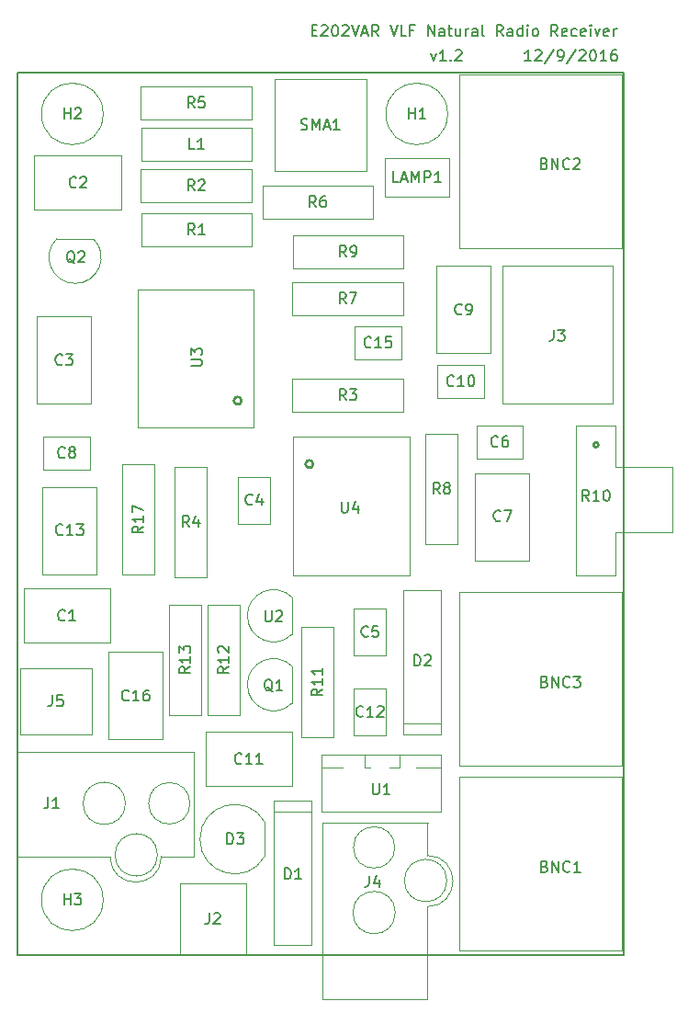
<source format=gbr>
%TF.GenerationSoftware,KiCad,Pcbnew,4.0.4+e1-6308~48~ubuntu16.04.1-stable*%
%TF.CreationDate,2016-12-16T12:07:21-08:00*%
%TF.ProjectId,e202var-vlf-radio-receiver,653230327661722D766C662D72616469,v1.2*%
%TF.FileFunction,Other,Fab,Top*%
%FSLAX46Y46*%
G04 Gerber Fmt 4.6, Leading zero omitted, Abs format (unit mm)*
G04 Created by KiCad (PCBNEW 4.0.4+e1-6308~48~ubuntu16.04.1-stable) date Fri Dec 16 12:07:21 2016*
%MOMM*%
%LPD*%
G01*
G04 APERTURE LIST*
%ADD10C,0.350000*%
%ADD11C,0.152400*%
%ADD12C,0.040640*%
%ADD13C,0.050000*%
%ADD14C,0.050800*%
%ADD15C,0.254000*%
%ADD16C,0.150000*%
%ADD17C,0.127000*%
G04 APERTURE END LIST*
D10*
D11*
X96544192Y-36358286D02*
X96786097Y-37035619D01*
X97028001Y-36358286D01*
X97947239Y-37035619D02*
X97366668Y-37035619D01*
X97656954Y-37035619D02*
X97656954Y-36019619D01*
X97560192Y-36164762D01*
X97463430Y-36261524D01*
X97366668Y-36309905D01*
X98382668Y-36938857D02*
X98431049Y-36987238D01*
X98382668Y-37035619D01*
X98334287Y-36987238D01*
X98382668Y-36938857D01*
X98382668Y-37035619D01*
X98818097Y-36116381D02*
X98866478Y-36068000D01*
X98963240Y-36019619D01*
X99205144Y-36019619D01*
X99301906Y-36068000D01*
X99350287Y-36116381D01*
X99398668Y-36213143D01*
X99398668Y-36309905D01*
X99350287Y-36455048D01*
X98769716Y-37035619D01*
X99398668Y-37035619D01*
X105784952Y-37035619D02*
X105204381Y-37035619D01*
X105494667Y-37035619D02*
X105494667Y-36019619D01*
X105397905Y-36164762D01*
X105301143Y-36261524D01*
X105204381Y-36309905D01*
X106172000Y-36116381D02*
X106220381Y-36068000D01*
X106317143Y-36019619D01*
X106559047Y-36019619D01*
X106655809Y-36068000D01*
X106704190Y-36116381D01*
X106752571Y-36213143D01*
X106752571Y-36309905D01*
X106704190Y-36455048D01*
X106123619Y-37035619D01*
X106752571Y-37035619D01*
X107913714Y-35971238D02*
X107042857Y-37277524D01*
X108300762Y-37035619D02*
X108494286Y-37035619D01*
X108591047Y-36987238D01*
X108639428Y-36938857D01*
X108736190Y-36793714D01*
X108784571Y-36600190D01*
X108784571Y-36213143D01*
X108736190Y-36116381D01*
X108687809Y-36068000D01*
X108591047Y-36019619D01*
X108397524Y-36019619D01*
X108300762Y-36068000D01*
X108252381Y-36116381D01*
X108204000Y-36213143D01*
X108204000Y-36455048D01*
X108252381Y-36551810D01*
X108300762Y-36600190D01*
X108397524Y-36648571D01*
X108591047Y-36648571D01*
X108687809Y-36600190D01*
X108736190Y-36551810D01*
X108784571Y-36455048D01*
X109945714Y-35971238D02*
X109074857Y-37277524D01*
X110236000Y-36116381D02*
X110284381Y-36068000D01*
X110381143Y-36019619D01*
X110623047Y-36019619D01*
X110719809Y-36068000D01*
X110768190Y-36116381D01*
X110816571Y-36213143D01*
X110816571Y-36309905D01*
X110768190Y-36455048D01*
X110187619Y-37035619D01*
X110816571Y-37035619D01*
X111445524Y-36019619D02*
X111542285Y-36019619D01*
X111639047Y-36068000D01*
X111687428Y-36116381D01*
X111735809Y-36213143D01*
X111784190Y-36406667D01*
X111784190Y-36648571D01*
X111735809Y-36842095D01*
X111687428Y-36938857D01*
X111639047Y-36987238D01*
X111542285Y-37035619D01*
X111445524Y-37035619D01*
X111348762Y-36987238D01*
X111300381Y-36938857D01*
X111252000Y-36842095D01*
X111203619Y-36648571D01*
X111203619Y-36406667D01*
X111252000Y-36213143D01*
X111300381Y-36116381D01*
X111348762Y-36068000D01*
X111445524Y-36019619D01*
X112751809Y-37035619D02*
X112171238Y-37035619D01*
X112461524Y-37035619D02*
X112461524Y-36019619D01*
X112364762Y-36164762D01*
X112268000Y-36261524D01*
X112171238Y-36309905D01*
X113622666Y-36019619D02*
X113429143Y-36019619D01*
X113332381Y-36068000D01*
X113284000Y-36116381D01*
X113187238Y-36261524D01*
X113138857Y-36455048D01*
X113138857Y-36842095D01*
X113187238Y-36938857D01*
X113235619Y-36987238D01*
X113332381Y-37035619D01*
X113525904Y-37035619D01*
X113622666Y-36987238D01*
X113671047Y-36938857D01*
X113719428Y-36842095D01*
X113719428Y-36600190D01*
X113671047Y-36503429D01*
X113622666Y-36455048D01*
X113525904Y-36406667D01*
X113332381Y-36406667D01*
X113235619Y-36455048D01*
X113187238Y-36503429D01*
X113138857Y-36600190D01*
X85585907Y-34217429D02*
X85924573Y-34217429D01*
X86069716Y-34749619D02*
X85585907Y-34749619D01*
X85585907Y-33733619D01*
X86069716Y-33733619D01*
X86456764Y-33830381D02*
X86505145Y-33782000D01*
X86601907Y-33733619D01*
X86843811Y-33733619D01*
X86940573Y-33782000D01*
X86988954Y-33830381D01*
X87037335Y-33927143D01*
X87037335Y-34023905D01*
X86988954Y-34169048D01*
X86408383Y-34749619D01*
X87037335Y-34749619D01*
X87666288Y-33733619D02*
X87763049Y-33733619D01*
X87859811Y-33782000D01*
X87908192Y-33830381D01*
X87956573Y-33927143D01*
X88004954Y-34120667D01*
X88004954Y-34362571D01*
X87956573Y-34556095D01*
X87908192Y-34652857D01*
X87859811Y-34701238D01*
X87763049Y-34749619D01*
X87666288Y-34749619D01*
X87569526Y-34701238D01*
X87521145Y-34652857D01*
X87472764Y-34556095D01*
X87424383Y-34362571D01*
X87424383Y-34120667D01*
X87472764Y-33927143D01*
X87521145Y-33830381D01*
X87569526Y-33782000D01*
X87666288Y-33733619D01*
X88392002Y-33830381D02*
X88440383Y-33782000D01*
X88537145Y-33733619D01*
X88779049Y-33733619D01*
X88875811Y-33782000D01*
X88924192Y-33830381D01*
X88972573Y-33927143D01*
X88972573Y-34023905D01*
X88924192Y-34169048D01*
X88343621Y-34749619D01*
X88972573Y-34749619D01*
X89262859Y-33733619D02*
X89601526Y-34749619D01*
X89940192Y-33733619D01*
X90230478Y-34459333D02*
X90714287Y-34459333D01*
X90133716Y-34749619D02*
X90472383Y-33733619D01*
X90811049Y-34749619D01*
X91730287Y-34749619D02*
X91391621Y-34265810D01*
X91149716Y-34749619D02*
X91149716Y-33733619D01*
X91536763Y-33733619D01*
X91633525Y-33782000D01*
X91681906Y-33830381D01*
X91730287Y-33927143D01*
X91730287Y-34072286D01*
X91681906Y-34169048D01*
X91633525Y-34217429D01*
X91536763Y-34265810D01*
X91149716Y-34265810D01*
X92794668Y-33733619D02*
X93133335Y-34749619D01*
X93472001Y-33733619D01*
X94294477Y-34749619D02*
X93810668Y-34749619D01*
X93810668Y-33733619D01*
X94971810Y-34217429D02*
X94633144Y-34217429D01*
X94633144Y-34749619D02*
X94633144Y-33733619D01*
X95116953Y-33733619D01*
X96278096Y-34749619D02*
X96278096Y-33733619D01*
X96858667Y-34749619D01*
X96858667Y-33733619D01*
X97777905Y-34749619D02*
X97777905Y-34217429D01*
X97729524Y-34120667D01*
X97632762Y-34072286D01*
X97439239Y-34072286D01*
X97342477Y-34120667D01*
X97777905Y-34701238D02*
X97681143Y-34749619D01*
X97439239Y-34749619D01*
X97342477Y-34701238D01*
X97294096Y-34604476D01*
X97294096Y-34507714D01*
X97342477Y-34410952D01*
X97439239Y-34362571D01*
X97681143Y-34362571D01*
X97777905Y-34314190D01*
X98116572Y-34072286D02*
X98503620Y-34072286D01*
X98261715Y-33733619D02*
X98261715Y-34604476D01*
X98310096Y-34701238D01*
X98406858Y-34749619D01*
X98503620Y-34749619D01*
X99277714Y-34072286D02*
X99277714Y-34749619D01*
X98842286Y-34072286D02*
X98842286Y-34604476D01*
X98890667Y-34701238D01*
X98987429Y-34749619D01*
X99132571Y-34749619D01*
X99229333Y-34701238D01*
X99277714Y-34652857D01*
X99761524Y-34749619D02*
X99761524Y-34072286D01*
X99761524Y-34265810D02*
X99809905Y-34169048D01*
X99858286Y-34120667D01*
X99955048Y-34072286D01*
X100051809Y-34072286D01*
X100825904Y-34749619D02*
X100825904Y-34217429D01*
X100777523Y-34120667D01*
X100680761Y-34072286D01*
X100487238Y-34072286D01*
X100390476Y-34120667D01*
X100825904Y-34701238D02*
X100729142Y-34749619D01*
X100487238Y-34749619D01*
X100390476Y-34701238D01*
X100342095Y-34604476D01*
X100342095Y-34507714D01*
X100390476Y-34410952D01*
X100487238Y-34362571D01*
X100729142Y-34362571D01*
X100825904Y-34314190D01*
X101454857Y-34749619D02*
X101358095Y-34701238D01*
X101309714Y-34604476D01*
X101309714Y-33733619D01*
X103196570Y-34749619D02*
X102857904Y-34265810D01*
X102615999Y-34749619D02*
X102615999Y-33733619D01*
X103003046Y-33733619D01*
X103099808Y-33782000D01*
X103148189Y-33830381D01*
X103196570Y-33927143D01*
X103196570Y-34072286D01*
X103148189Y-34169048D01*
X103099808Y-34217429D01*
X103003046Y-34265810D01*
X102615999Y-34265810D01*
X104067427Y-34749619D02*
X104067427Y-34217429D01*
X104019046Y-34120667D01*
X103922284Y-34072286D01*
X103728761Y-34072286D01*
X103631999Y-34120667D01*
X104067427Y-34701238D02*
X103970665Y-34749619D01*
X103728761Y-34749619D01*
X103631999Y-34701238D01*
X103583618Y-34604476D01*
X103583618Y-34507714D01*
X103631999Y-34410952D01*
X103728761Y-34362571D01*
X103970665Y-34362571D01*
X104067427Y-34314190D01*
X104986665Y-34749619D02*
X104986665Y-33733619D01*
X104986665Y-34701238D02*
X104889903Y-34749619D01*
X104696380Y-34749619D01*
X104599618Y-34701238D01*
X104551237Y-34652857D01*
X104502856Y-34556095D01*
X104502856Y-34265810D01*
X104551237Y-34169048D01*
X104599618Y-34120667D01*
X104696380Y-34072286D01*
X104889903Y-34072286D01*
X104986665Y-34120667D01*
X105470475Y-34749619D02*
X105470475Y-34072286D01*
X105470475Y-33733619D02*
X105422094Y-33782000D01*
X105470475Y-33830381D01*
X105518856Y-33782000D01*
X105470475Y-33733619D01*
X105470475Y-33830381D01*
X106099428Y-34749619D02*
X106002666Y-34701238D01*
X105954285Y-34652857D01*
X105905904Y-34556095D01*
X105905904Y-34265810D01*
X105954285Y-34169048D01*
X106002666Y-34120667D01*
X106099428Y-34072286D01*
X106244570Y-34072286D01*
X106341332Y-34120667D01*
X106389713Y-34169048D01*
X106438094Y-34265810D01*
X106438094Y-34556095D01*
X106389713Y-34652857D01*
X106341332Y-34701238D01*
X106244570Y-34749619D01*
X106099428Y-34749619D01*
X108228189Y-34749619D02*
X107889523Y-34265810D01*
X107647618Y-34749619D02*
X107647618Y-33733619D01*
X108034665Y-33733619D01*
X108131427Y-33782000D01*
X108179808Y-33830381D01*
X108228189Y-33927143D01*
X108228189Y-34072286D01*
X108179808Y-34169048D01*
X108131427Y-34217429D01*
X108034665Y-34265810D01*
X107647618Y-34265810D01*
X109050665Y-34701238D02*
X108953903Y-34749619D01*
X108760380Y-34749619D01*
X108663618Y-34701238D01*
X108615237Y-34604476D01*
X108615237Y-34217429D01*
X108663618Y-34120667D01*
X108760380Y-34072286D01*
X108953903Y-34072286D01*
X109050665Y-34120667D01*
X109099046Y-34217429D01*
X109099046Y-34314190D01*
X108615237Y-34410952D01*
X109969903Y-34701238D02*
X109873141Y-34749619D01*
X109679618Y-34749619D01*
X109582856Y-34701238D01*
X109534475Y-34652857D01*
X109486094Y-34556095D01*
X109486094Y-34265810D01*
X109534475Y-34169048D01*
X109582856Y-34120667D01*
X109679618Y-34072286D01*
X109873141Y-34072286D01*
X109969903Y-34120667D01*
X110792379Y-34701238D02*
X110695617Y-34749619D01*
X110502094Y-34749619D01*
X110405332Y-34701238D01*
X110356951Y-34604476D01*
X110356951Y-34217429D01*
X110405332Y-34120667D01*
X110502094Y-34072286D01*
X110695617Y-34072286D01*
X110792379Y-34120667D01*
X110840760Y-34217429D01*
X110840760Y-34314190D01*
X110356951Y-34410952D01*
X111276189Y-34749619D02*
X111276189Y-34072286D01*
X111276189Y-33733619D02*
X111227808Y-33782000D01*
X111276189Y-33830381D01*
X111324570Y-33782000D01*
X111276189Y-33733619D01*
X111276189Y-33830381D01*
X111663237Y-34072286D02*
X111905142Y-34749619D01*
X112147046Y-34072286D01*
X112921141Y-34701238D02*
X112824379Y-34749619D01*
X112630856Y-34749619D01*
X112534094Y-34701238D01*
X112485713Y-34604476D01*
X112485713Y-34217429D01*
X112534094Y-34120667D01*
X112630856Y-34072286D01*
X112824379Y-34072286D01*
X112921141Y-34120667D01*
X112969522Y-34217429D01*
X112969522Y-34314190D01*
X112485713Y-34410952D01*
X113404951Y-34749619D02*
X113404951Y-34072286D01*
X113404951Y-34265810D02*
X113453332Y-34169048D01*
X113501713Y-34120667D01*
X113598475Y-34072286D01*
X113695236Y-34072286D01*
X58420000Y-38100000D02*
X114300000Y-38100000D01*
X58420000Y-119380000D02*
X58420000Y-38100000D01*
X114300000Y-119380000D02*
X58420000Y-119380000D01*
X114300000Y-38100000D02*
X114300000Y-119380000D01*
D12*
X96213600Y-110208200D02*
X96213600Y-107211000D01*
X96238998Y-114932463D02*
G75*
G03X96213600Y-110208200I-25398J2362063D01*
G01*
X96239000Y-123467000D02*
X96239000Y-114932600D01*
D13*
X98015562Y-112522400D02*
G75*
G03X98015562Y-112522400I-1952562J0D01*
G01*
X93265562Y-115474962D02*
G75*
G03X93265562Y-115474962I-1952562J0D01*
G01*
X93216943Y-109472400D02*
G75*
G03X93216943Y-109472400I-1903943J0D01*
G01*
X86561600Y-107222400D02*
X86561600Y-123467000D01*
X96262200Y-107211000D02*
X86561600Y-107222400D01*
X86561600Y-123467000D02*
X96239000Y-123467000D01*
D12*
X71704060Y-110310600D02*
X74701260Y-110310600D01*
X66979797Y-110335998D02*
G75*
G03X71704060Y-110310600I2362063J25398D01*
G01*
X58445260Y-110336000D02*
X66979660Y-110336000D01*
D13*
X71342422Y-110160000D02*
G75*
G03X71342422Y-110160000I-1952562J0D01*
G01*
X68389860Y-105410000D02*
G75*
G03X68389860Y-105410000I-1952562J0D01*
G01*
X74343803Y-105410000D02*
G75*
G03X74343803Y-105410000I-1903943J0D01*
G01*
X74689860Y-100658600D02*
X58445260Y-100658600D01*
X74701260Y-110359200D02*
X74689860Y-100658600D01*
X58445260Y-100658600D02*
X58445260Y-110336000D01*
X82110000Y-38676000D02*
X90610000Y-38676000D01*
X90610000Y-38676000D02*
X90610000Y-47176000D01*
X90610000Y-47176000D02*
X82110000Y-47176000D01*
X82110000Y-47176000D02*
X82110000Y-38676000D01*
D14*
X114180000Y-102998000D02*
X114180000Y-118998000D01*
X99180000Y-102998000D02*
X114180000Y-102998000D01*
X99180000Y-118998000D02*
X99180000Y-102998000D01*
X114180000Y-118998000D02*
X99180000Y-118998000D01*
X114154600Y-38245780D02*
X114154600Y-54245780D01*
X99154600Y-38245780D02*
X114154600Y-38245780D01*
X99154600Y-54245780D02*
X99154600Y-38245780D01*
X114154600Y-54245780D02*
X99154600Y-54245780D01*
X114180000Y-85980000D02*
X114180000Y-101980000D01*
X99180000Y-85980000D02*
X114180000Y-85980000D01*
X99180000Y-101980000D02*
X99180000Y-85980000D01*
X114180000Y-101980000D02*
X99180000Y-101980000D01*
D13*
X59032000Y-85638000D02*
X67032000Y-85638000D01*
X59032000Y-90638000D02*
X59032000Y-85638000D01*
X67032000Y-90638000D02*
X59032000Y-90638000D01*
X67032000Y-85638000D02*
X67032000Y-90638000D01*
X67968000Y-50760000D02*
X59968000Y-50760000D01*
X67968000Y-45760000D02*
X67968000Y-50760000D01*
X59968000Y-45760000D02*
X67968000Y-45760000D01*
X59968000Y-50760000D02*
X59968000Y-45760000D01*
X60238000Y-68556000D02*
X60238000Y-60556000D01*
X65238000Y-68556000D02*
X60238000Y-68556000D01*
X65238000Y-60556000D02*
X65238000Y-68556000D01*
X60238000Y-60556000D02*
X65238000Y-60556000D01*
X81764000Y-75340000D02*
X81764000Y-79640000D01*
X78764000Y-75340000D02*
X81764000Y-75340000D01*
X78764000Y-79640000D02*
X78764000Y-75340000D01*
X81764000Y-79640000D02*
X78764000Y-79640000D01*
X92432000Y-87492000D02*
X92432000Y-91792000D01*
X89432000Y-87492000D02*
X92432000Y-87492000D01*
X89432000Y-91792000D02*
X89432000Y-87492000D01*
X92432000Y-91792000D02*
X89432000Y-91792000D01*
X105040000Y-73636000D02*
X100740000Y-73636000D01*
X105040000Y-70636000D02*
X105040000Y-73636000D01*
X100740000Y-70636000D02*
X105040000Y-70636000D01*
X100740000Y-73636000D02*
X100740000Y-70636000D01*
X105624000Y-75034000D02*
X105624000Y-83034000D01*
X100624000Y-75034000D02*
X105624000Y-75034000D01*
X100624000Y-83034000D02*
X100624000Y-75034000D01*
X105624000Y-83034000D02*
X100624000Y-83034000D01*
X60822000Y-71652000D02*
X65122000Y-71652000D01*
X60822000Y-74652000D02*
X60822000Y-71652000D01*
X65122000Y-74652000D02*
X60822000Y-74652000D01*
X65122000Y-71652000D02*
X65122000Y-74652000D01*
X97068000Y-63904000D02*
X97068000Y-55904000D01*
X102068000Y-63904000D02*
X97068000Y-63904000D01*
X102068000Y-55904000D02*
X102068000Y-63904000D01*
X97068000Y-55904000D02*
X102068000Y-55904000D01*
X97144000Y-65048000D02*
X101444000Y-65048000D01*
X97144000Y-68048000D02*
X97144000Y-65048000D01*
X101444000Y-68048000D02*
X97144000Y-68048000D01*
X101444000Y-65048000D02*
X101444000Y-68048000D01*
X89432000Y-99158000D02*
X89432000Y-94858000D01*
X92432000Y-99158000D02*
X89432000Y-99158000D01*
X92432000Y-94858000D02*
X92432000Y-99158000D01*
X89432000Y-94858000D02*
X92432000Y-94858000D01*
X65746000Y-76304000D02*
X65746000Y-84304000D01*
X60746000Y-76304000D02*
X65746000Y-76304000D01*
X60746000Y-84304000D02*
X60746000Y-76304000D01*
X65746000Y-84304000D02*
X60746000Y-84304000D01*
X93824000Y-64492000D02*
X89524000Y-64492000D01*
X93824000Y-61492000D02*
X93824000Y-64492000D01*
X89524000Y-61492000D02*
X93824000Y-61492000D01*
X89524000Y-64492000D02*
X89524000Y-61492000D01*
X66842000Y-99464000D02*
X66842000Y-91464000D01*
X71842000Y-99464000D02*
X66842000Y-99464000D01*
X71842000Y-91464000D02*
X71842000Y-99464000D01*
X66842000Y-91464000D02*
X71842000Y-91464000D01*
D14*
X85567460Y-105180000D02*
X85317460Y-105180000D01*
X85567460Y-118430000D02*
X85567460Y-105180000D01*
X82067460Y-118430000D02*
X85567460Y-118430000D01*
X82067460Y-118180000D02*
X82067460Y-118430000D01*
X82067460Y-105180000D02*
X82067460Y-118180000D01*
X85317460Y-105180000D02*
X82067460Y-105180000D01*
X85567460Y-106180000D02*
X82067460Y-106180000D01*
X94005460Y-99036000D02*
X94255460Y-99036000D01*
X94005460Y-85786000D02*
X94005460Y-99036000D01*
X97505460Y-85786000D02*
X94005460Y-85786000D01*
X97505460Y-86036000D02*
X97505460Y-85786000D01*
X97505460Y-99036000D02*
X97505460Y-86036000D01*
X94255460Y-99036000D02*
X97505460Y-99036000D01*
X94005460Y-98036000D02*
X97505460Y-98036000D01*
D13*
X79524000Y-112778000D02*
X79524000Y-119378000D01*
X79524000Y-112778000D02*
X73424000Y-112778000D01*
X79524000Y-119378000D02*
X73424000Y-119378000D01*
X73424000Y-112778000D02*
X73424000Y-119378000D01*
X65276000Y-99082000D02*
X58676000Y-99082000D01*
X65276000Y-99082000D02*
X65276000Y-92982000D01*
X58676000Y-99082000D02*
X58676000Y-92982000D01*
X65276000Y-92982000D02*
X58676000Y-92982000D01*
X92270000Y-49502000D02*
X98270000Y-49502000D01*
X92270000Y-49502000D02*
X92270000Y-46002000D01*
X98270000Y-46002000D02*
X92270000Y-46002000D01*
X98270000Y-49502000D02*
X98270000Y-46002000D01*
D12*
X83756176Y-92798667D02*
G75*
G03X83743800Y-96189800I-1714176J-1689333D01*
G01*
X83743800Y-96189800D02*
X83743800Y-92811600D01*
X62064667Y-53403824D02*
G75*
G03X65455800Y-53416200I1689333J-1714176D01*
G01*
X65455800Y-53416200D02*
X62077600Y-53416200D01*
D14*
X69840000Y-54078000D02*
X80040000Y-54078000D01*
X69840000Y-51078000D02*
X69840000Y-54078000D01*
X69940000Y-51078000D02*
X69840000Y-51078000D01*
X80040000Y-51078000D02*
X69940000Y-51078000D01*
X80040000Y-54078000D02*
X80040000Y-51078000D01*
X93990000Y-66318000D02*
X83790000Y-66318000D01*
X93990000Y-69318000D02*
X93990000Y-66318000D01*
X93890000Y-69318000D02*
X93990000Y-69318000D01*
X83790000Y-69318000D02*
X93890000Y-69318000D01*
X83790000Y-66318000D02*
X83790000Y-69318000D01*
X75922000Y-84592000D02*
X75922000Y-74392000D01*
X72922000Y-84592000D02*
X75922000Y-84592000D01*
X72922000Y-84492000D02*
X72922000Y-84592000D01*
X72922000Y-74392000D02*
X72922000Y-84492000D01*
X75922000Y-74392000D02*
X72922000Y-74392000D01*
X80020000Y-39394000D02*
X69820000Y-39394000D01*
X80020000Y-42394000D02*
X80020000Y-39394000D01*
X79920000Y-42394000D02*
X80020000Y-42394000D01*
X69820000Y-42394000D02*
X79920000Y-42394000D01*
X69820000Y-39394000D02*
X69820000Y-42394000D01*
X81016000Y-51538000D02*
X91216000Y-51538000D01*
X81016000Y-48538000D02*
X81016000Y-51538000D01*
X81116000Y-48538000D02*
X81016000Y-48538000D01*
X91216000Y-48538000D02*
X81116000Y-48538000D01*
X91216000Y-51538000D02*
X91216000Y-48538000D01*
X93990000Y-57428000D02*
X83790000Y-57428000D01*
X93990000Y-60428000D02*
X93990000Y-57428000D01*
X93890000Y-60428000D02*
X93990000Y-60428000D01*
X83790000Y-60428000D02*
X93890000Y-60428000D01*
X83790000Y-57428000D02*
X83790000Y-60428000D01*
X99036000Y-81544000D02*
X99036000Y-71344000D01*
X96036000Y-81544000D02*
X99036000Y-81544000D01*
X96036000Y-81444000D02*
X96036000Y-81544000D01*
X96036000Y-71344000D02*
X96036000Y-81444000D01*
X99036000Y-71344000D02*
X96036000Y-71344000D01*
X83810000Y-56110000D02*
X94010000Y-56110000D01*
X83810000Y-53110000D02*
X83810000Y-56110000D01*
X83910000Y-53110000D02*
X83810000Y-53110000D01*
X94010000Y-53110000D02*
X83910000Y-53110000D01*
X94010000Y-56110000D02*
X94010000Y-53110000D01*
D12*
X118770400Y-74396600D02*
X113766600Y-74396600D01*
D15*
X111983607Y-72390000D02*
G75*
G03X111983607Y-72390000I-223607J0D01*
G01*
D14*
X109960000Y-84390000D02*
X113560000Y-84390000D01*
X109960000Y-70590000D02*
X109960000Y-84390000D01*
X113560000Y-70590000D02*
X109960000Y-70590000D01*
D12*
X113741200Y-80416400D02*
X118770400Y-80416400D01*
X113563400Y-84378800D02*
X113563400Y-80416400D01*
X113563400Y-80416400D02*
X113766600Y-80416400D01*
X113563400Y-70586600D02*
X113563400Y-74396600D01*
X113563400Y-74396600D02*
X113766600Y-74396600D01*
X118770400Y-80416400D02*
X118770400Y-77444600D01*
X118770400Y-77444600D02*
X118770400Y-74396600D01*
D14*
X84606000Y-89144000D02*
X84606000Y-99344000D01*
X87606000Y-89144000D02*
X84606000Y-89144000D01*
X87606000Y-89244000D02*
X87606000Y-89144000D01*
X87606000Y-99344000D02*
X87606000Y-89244000D01*
X84606000Y-99344000D02*
X87606000Y-99344000D01*
X78970000Y-97292000D02*
X78970000Y-87092000D01*
X75970000Y-97292000D02*
X78970000Y-97292000D01*
X75970000Y-97192000D02*
X75970000Y-97292000D01*
X75970000Y-87092000D02*
X75970000Y-97192000D01*
X78970000Y-87092000D02*
X75970000Y-87092000D01*
X75414000Y-97292000D02*
X75414000Y-87092000D01*
X72414000Y-97292000D02*
X75414000Y-97292000D01*
X72414000Y-97192000D02*
X72414000Y-97292000D01*
X72414000Y-87092000D02*
X72414000Y-97192000D01*
X75414000Y-87092000D02*
X72414000Y-87092000D01*
X68096000Y-74158000D02*
X68096000Y-84358000D01*
X71096000Y-74158000D02*
X68096000Y-74158000D01*
X71096000Y-74258000D02*
X71096000Y-74158000D01*
X71096000Y-84358000D02*
X71096000Y-74258000D01*
X68096000Y-84358000D02*
X71096000Y-84358000D01*
D13*
X88448000Y-102140000D02*
X86448000Y-102140000D01*
X90448000Y-102140000D02*
X90448000Y-100890000D01*
X90948000Y-102140000D02*
X90448000Y-102140000D01*
X93698000Y-102140000D02*
X93698000Y-100890000D01*
X93698000Y-102140000D02*
X92698000Y-102140000D01*
X97448000Y-102140000D02*
X95198000Y-102140000D01*
X97448000Y-101140000D02*
X97448000Y-100890000D01*
X97448000Y-100890000D02*
X86448000Y-100890000D01*
X86448000Y-106140000D02*
X86448000Y-100890000D01*
X97448000Y-106140000D02*
X86448000Y-106140000D01*
X97448000Y-105890000D02*
X97448000Y-106140000D01*
X97448000Y-101140000D02*
X97448000Y-105890000D01*
D12*
X83756176Y-86448667D02*
G75*
G03X83743800Y-89839800I-1714176J-1689333D01*
G01*
X83743800Y-89839800D02*
X83743800Y-86461600D01*
D14*
X69490000Y-70826000D02*
X80240000Y-70826000D01*
X69490000Y-58076000D02*
X69490000Y-70826000D01*
X69740000Y-58076000D02*
X69490000Y-58076000D01*
X80240000Y-58076000D02*
X69740000Y-58076000D01*
X80240000Y-70826000D02*
X80240000Y-58076000D01*
D15*
X79093553Y-68326000D02*
G75*
G03X79093553Y-68326000I-353553J0D01*
G01*
D14*
X94594000Y-71668000D02*
X83844000Y-71668000D01*
X94594000Y-84418000D02*
X94594000Y-71668000D01*
X94344000Y-84418000D02*
X94594000Y-84418000D01*
X83844000Y-84418000D02*
X94344000Y-84418000D01*
X83844000Y-71668000D02*
X83844000Y-84418000D01*
D15*
X85697553Y-74168000D02*
G75*
G03X85697553Y-74168000I-353553J0D01*
G01*
D14*
X69840000Y-46204000D02*
X80040000Y-46204000D01*
X69840000Y-43204000D02*
X69840000Y-46204000D01*
X69940000Y-43204000D02*
X69840000Y-43204000D01*
X80040000Y-43204000D02*
X69940000Y-43204000D01*
X80040000Y-46204000D02*
X80040000Y-43204000D01*
D12*
X66339806Y-41910000D02*
G75*
G03X66339806Y-41910000I-2839806J0D01*
G01*
X66339806Y-114300000D02*
G75*
G03X66339806Y-114300000I-2839806J0D01*
G01*
X98089806Y-41910000D02*
G75*
G03X98089806Y-41910000I-2839806J0D01*
G01*
X103124000Y-68580000D02*
X113284000Y-68580000D01*
X103124000Y-55880000D02*
X103124000Y-68580000D01*
X113284000Y-55880000D02*
X103124000Y-55880000D01*
X113284000Y-55880000D02*
X113284000Y-68580000D01*
D14*
X80020000Y-47014000D02*
X69820000Y-47014000D01*
X80020000Y-50014000D02*
X80020000Y-47014000D01*
X79920000Y-50014000D02*
X80020000Y-50014000D01*
X69820000Y-50014000D02*
X79920000Y-50014000D01*
X69820000Y-47014000D02*
X69820000Y-50014000D01*
D13*
X75796000Y-98846000D02*
X83796000Y-98846000D01*
X75796000Y-103846000D02*
X75796000Y-98846000D01*
X83796000Y-103846000D02*
X75796000Y-103846000D01*
X83796000Y-98846000D02*
X83796000Y-103846000D01*
X81254249Y-110265160D02*
G75*
G02X81256000Y-107162000I-2798249J1553160D01*
G01*
X81256000Y-110262000D02*
X81256000Y-107162000D01*
D16*
X90852667Y-112101381D02*
X90852667Y-112815667D01*
X90805047Y-112958524D01*
X90709809Y-113053762D01*
X90566952Y-113101381D01*
X90471714Y-113101381D01*
X91757429Y-112434714D02*
X91757429Y-113101381D01*
X91519333Y-112053762D02*
X91281238Y-112768048D01*
X91900286Y-112768048D01*
X61261667Y-104862381D02*
X61261667Y-105576667D01*
X61214047Y-105719524D01*
X61118809Y-105814762D01*
X60975952Y-105862381D01*
X60880714Y-105862381D01*
X62261667Y-105862381D02*
X61690238Y-105862381D01*
X61975952Y-105862381D02*
X61975952Y-104862381D01*
X61880714Y-105005238D01*
X61785476Y-105100476D01*
X61690238Y-105148095D01*
D17*
X84569905Y-43337238D02*
X84715048Y-43385619D01*
X84956952Y-43385619D01*
X85053714Y-43337238D01*
X85102095Y-43288857D01*
X85150476Y-43192095D01*
X85150476Y-43095333D01*
X85102095Y-42998571D01*
X85053714Y-42950190D01*
X84956952Y-42901810D01*
X84763429Y-42853429D01*
X84666667Y-42805048D01*
X84618286Y-42756667D01*
X84569905Y-42659905D01*
X84569905Y-42563143D01*
X84618286Y-42466381D01*
X84666667Y-42418000D01*
X84763429Y-42369619D01*
X85005333Y-42369619D01*
X85150476Y-42418000D01*
X85585905Y-43385619D02*
X85585905Y-42369619D01*
X85924571Y-43095333D01*
X86263238Y-42369619D01*
X86263238Y-43385619D01*
X86698667Y-43095333D02*
X87182476Y-43095333D01*
X86601905Y-43385619D02*
X86940572Y-42369619D01*
X87279238Y-43385619D01*
X88150095Y-43385619D02*
X87569524Y-43385619D01*
X87859810Y-43385619D02*
X87859810Y-42369619D01*
X87763048Y-42514762D01*
X87666286Y-42611524D01*
X87569524Y-42659905D01*
D11*
X107028571Y-111225429D02*
X107173714Y-111273810D01*
X107222095Y-111322190D01*
X107270476Y-111418952D01*
X107270476Y-111564095D01*
X107222095Y-111660857D01*
X107173714Y-111709238D01*
X107076952Y-111757619D01*
X106689905Y-111757619D01*
X106689905Y-110741619D01*
X107028571Y-110741619D01*
X107125333Y-110790000D01*
X107173714Y-110838381D01*
X107222095Y-110935143D01*
X107222095Y-111031905D01*
X107173714Y-111128667D01*
X107125333Y-111177048D01*
X107028571Y-111225429D01*
X106689905Y-111225429D01*
X107705905Y-111757619D02*
X107705905Y-110741619D01*
X108286476Y-111757619D01*
X108286476Y-110741619D01*
X109350857Y-111660857D02*
X109302476Y-111709238D01*
X109157333Y-111757619D01*
X109060571Y-111757619D01*
X108915429Y-111709238D01*
X108818667Y-111612476D01*
X108770286Y-111515714D01*
X108721905Y-111322190D01*
X108721905Y-111177048D01*
X108770286Y-110983524D01*
X108818667Y-110886762D01*
X108915429Y-110790000D01*
X109060571Y-110741619D01*
X109157333Y-110741619D01*
X109302476Y-110790000D01*
X109350857Y-110838381D01*
X110318476Y-111757619D02*
X109737905Y-111757619D01*
X110028191Y-111757619D02*
X110028191Y-110741619D01*
X109931429Y-110886762D01*
X109834667Y-110983524D01*
X109737905Y-111031905D01*
X107003171Y-46473209D02*
X107148314Y-46521590D01*
X107196695Y-46569970D01*
X107245076Y-46666732D01*
X107245076Y-46811875D01*
X107196695Y-46908637D01*
X107148314Y-46957018D01*
X107051552Y-47005399D01*
X106664505Y-47005399D01*
X106664505Y-45989399D01*
X107003171Y-45989399D01*
X107099933Y-46037780D01*
X107148314Y-46086161D01*
X107196695Y-46182923D01*
X107196695Y-46279685D01*
X107148314Y-46376447D01*
X107099933Y-46424828D01*
X107003171Y-46473209D01*
X106664505Y-46473209D01*
X107680505Y-47005399D02*
X107680505Y-45989399D01*
X108261076Y-47005399D01*
X108261076Y-45989399D01*
X109325457Y-46908637D02*
X109277076Y-46957018D01*
X109131933Y-47005399D01*
X109035171Y-47005399D01*
X108890029Y-46957018D01*
X108793267Y-46860256D01*
X108744886Y-46763494D01*
X108696505Y-46569970D01*
X108696505Y-46424828D01*
X108744886Y-46231304D01*
X108793267Y-46134542D01*
X108890029Y-46037780D01*
X109035171Y-45989399D01*
X109131933Y-45989399D01*
X109277076Y-46037780D01*
X109325457Y-46086161D01*
X109712505Y-46086161D02*
X109760886Y-46037780D01*
X109857648Y-45989399D01*
X110099552Y-45989399D01*
X110196314Y-46037780D01*
X110244695Y-46086161D01*
X110293076Y-46182923D01*
X110293076Y-46279685D01*
X110244695Y-46424828D01*
X109664124Y-47005399D01*
X110293076Y-47005399D01*
X107028571Y-94207429D02*
X107173714Y-94255810D01*
X107222095Y-94304190D01*
X107270476Y-94400952D01*
X107270476Y-94546095D01*
X107222095Y-94642857D01*
X107173714Y-94691238D01*
X107076952Y-94739619D01*
X106689905Y-94739619D01*
X106689905Y-93723619D01*
X107028571Y-93723619D01*
X107125333Y-93772000D01*
X107173714Y-93820381D01*
X107222095Y-93917143D01*
X107222095Y-94013905D01*
X107173714Y-94110667D01*
X107125333Y-94159048D01*
X107028571Y-94207429D01*
X106689905Y-94207429D01*
X107705905Y-94739619D02*
X107705905Y-93723619D01*
X108286476Y-94739619D01*
X108286476Y-93723619D01*
X109350857Y-94642857D02*
X109302476Y-94691238D01*
X109157333Y-94739619D01*
X109060571Y-94739619D01*
X108915429Y-94691238D01*
X108818667Y-94594476D01*
X108770286Y-94497714D01*
X108721905Y-94304190D01*
X108721905Y-94159048D01*
X108770286Y-93965524D01*
X108818667Y-93868762D01*
X108915429Y-93772000D01*
X109060571Y-93723619D01*
X109157333Y-93723619D01*
X109302476Y-93772000D01*
X109350857Y-93820381D01*
X109689524Y-93723619D02*
X110318476Y-93723619D01*
X109979810Y-94110667D01*
X110124952Y-94110667D01*
X110221714Y-94159048D01*
X110270095Y-94207429D01*
X110318476Y-94304190D01*
X110318476Y-94546095D01*
X110270095Y-94642857D01*
X110221714Y-94691238D01*
X110124952Y-94739619D01*
X109834667Y-94739619D01*
X109737905Y-94691238D01*
X109689524Y-94642857D01*
D16*
X62815334Y-88495143D02*
X62767715Y-88542762D01*
X62624858Y-88590381D01*
X62529620Y-88590381D01*
X62386762Y-88542762D01*
X62291524Y-88447524D01*
X62243905Y-88352286D01*
X62196286Y-88161810D01*
X62196286Y-88018952D01*
X62243905Y-87828476D01*
X62291524Y-87733238D01*
X62386762Y-87638000D01*
X62529620Y-87590381D01*
X62624858Y-87590381D01*
X62767715Y-87638000D01*
X62815334Y-87685619D01*
X63767715Y-88590381D02*
X63196286Y-88590381D01*
X63482000Y-88590381D02*
X63482000Y-87590381D01*
X63386762Y-87733238D01*
X63291524Y-87828476D01*
X63196286Y-87876095D01*
X63851334Y-48617143D02*
X63803715Y-48664762D01*
X63660858Y-48712381D01*
X63565620Y-48712381D01*
X63422762Y-48664762D01*
X63327524Y-48569524D01*
X63279905Y-48474286D01*
X63232286Y-48283810D01*
X63232286Y-48140952D01*
X63279905Y-47950476D01*
X63327524Y-47855238D01*
X63422762Y-47760000D01*
X63565620Y-47712381D01*
X63660858Y-47712381D01*
X63803715Y-47760000D01*
X63851334Y-47807619D01*
X64232286Y-47807619D02*
X64279905Y-47760000D01*
X64375143Y-47712381D01*
X64613239Y-47712381D01*
X64708477Y-47760000D01*
X64756096Y-47807619D01*
X64803715Y-47902857D01*
X64803715Y-47998095D01*
X64756096Y-48140952D01*
X64184667Y-48712381D01*
X64803715Y-48712381D01*
X62571334Y-64963143D02*
X62523715Y-65010762D01*
X62380858Y-65058381D01*
X62285620Y-65058381D01*
X62142762Y-65010762D01*
X62047524Y-64915524D01*
X61999905Y-64820286D01*
X61952286Y-64629810D01*
X61952286Y-64486952D01*
X61999905Y-64296476D01*
X62047524Y-64201238D01*
X62142762Y-64106000D01*
X62285620Y-64058381D01*
X62380858Y-64058381D01*
X62523715Y-64106000D01*
X62571334Y-64153619D01*
X62904667Y-64058381D02*
X63523715Y-64058381D01*
X63190381Y-64439333D01*
X63333239Y-64439333D01*
X63428477Y-64486952D01*
X63476096Y-64534571D01*
X63523715Y-64629810D01*
X63523715Y-64867905D01*
X63476096Y-64963143D01*
X63428477Y-65010762D01*
X63333239Y-65058381D01*
X63047524Y-65058381D01*
X62952286Y-65010762D01*
X62904667Y-64963143D01*
X80097334Y-77847143D02*
X80049715Y-77894762D01*
X79906858Y-77942381D01*
X79811620Y-77942381D01*
X79668762Y-77894762D01*
X79573524Y-77799524D01*
X79525905Y-77704286D01*
X79478286Y-77513810D01*
X79478286Y-77370952D01*
X79525905Y-77180476D01*
X79573524Y-77085238D01*
X79668762Y-76990000D01*
X79811620Y-76942381D01*
X79906858Y-76942381D01*
X80049715Y-76990000D01*
X80097334Y-77037619D01*
X80954477Y-77275714D02*
X80954477Y-77942381D01*
X80716381Y-76894762D02*
X80478286Y-77609048D01*
X81097334Y-77609048D01*
X90765334Y-89999143D02*
X90717715Y-90046762D01*
X90574858Y-90094381D01*
X90479620Y-90094381D01*
X90336762Y-90046762D01*
X90241524Y-89951524D01*
X90193905Y-89856286D01*
X90146286Y-89665810D01*
X90146286Y-89522952D01*
X90193905Y-89332476D01*
X90241524Y-89237238D01*
X90336762Y-89142000D01*
X90479620Y-89094381D01*
X90574858Y-89094381D01*
X90717715Y-89142000D01*
X90765334Y-89189619D01*
X91670096Y-89094381D02*
X91193905Y-89094381D01*
X91146286Y-89570571D01*
X91193905Y-89522952D01*
X91289143Y-89475333D01*
X91527239Y-89475333D01*
X91622477Y-89522952D01*
X91670096Y-89570571D01*
X91717715Y-89665810D01*
X91717715Y-89903905D01*
X91670096Y-89999143D01*
X91622477Y-90046762D01*
X91527239Y-90094381D01*
X91289143Y-90094381D01*
X91193905Y-90046762D01*
X91146286Y-89999143D01*
X102723334Y-72493143D02*
X102675715Y-72540762D01*
X102532858Y-72588381D01*
X102437620Y-72588381D01*
X102294762Y-72540762D01*
X102199524Y-72445524D01*
X102151905Y-72350286D01*
X102104286Y-72159810D01*
X102104286Y-72016952D01*
X102151905Y-71826476D01*
X102199524Y-71731238D01*
X102294762Y-71636000D01*
X102437620Y-71588381D01*
X102532858Y-71588381D01*
X102675715Y-71636000D01*
X102723334Y-71683619D01*
X103580477Y-71588381D02*
X103390000Y-71588381D01*
X103294762Y-71636000D01*
X103247143Y-71683619D01*
X103151905Y-71826476D01*
X103104286Y-72016952D01*
X103104286Y-72397905D01*
X103151905Y-72493143D01*
X103199524Y-72540762D01*
X103294762Y-72588381D01*
X103485239Y-72588381D01*
X103580477Y-72540762D01*
X103628096Y-72493143D01*
X103675715Y-72397905D01*
X103675715Y-72159810D01*
X103628096Y-72064571D01*
X103580477Y-72016952D01*
X103485239Y-71969333D01*
X103294762Y-71969333D01*
X103199524Y-72016952D01*
X103151905Y-72064571D01*
X103104286Y-72159810D01*
X102957334Y-79341143D02*
X102909715Y-79388762D01*
X102766858Y-79436381D01*
X102671620Y-79436381D01*
X102528762Y-79388762D01*
X102433524Y-79293524D01*
X102385905Y-79198286D01*
X102338286Y-79007810D01*
X102338286Y-78864952D01*
X102385905Y-78674476D01*
X102433524Y-78579238D01*
X102528762Y-78484000D01*
X102671620Y-78436381D01*
X102766858Y-78436381D01*
X102909715Y-78484000D01*
X102957334Y-78531619D01*
X103290667Y-78436381D02*
X103957334Y-78436381D01*
X103528762Y-79436381D01*
X62805334Y-73509143D02*
X62757715Y-73556762D01*
X62614858Y-73604381D01*
X62519620Y-73604381D01*
X62376762Y-73556762D01*
X62281524Y-73461524D01*
X62233905Y-73366286D01*
X62186286Y-73175810D01*
X62186286Y-73032952D01*
X62233905Y-72842476D01*
X62281524Y-72747238D01*
X62376762Y-72652000D01*
X62519620Y-72604381D01*
X62614858Y-72604381D01*
X62757715Y-72652000D01*
X62805334Y-72699619D01*
X63376762Y-73032952D02*
X63281524Y-72985333D01*
X63233905Y-72937714D01*
X63186286Y-72842476D01*
X63186286Y-72794857D01*
X63233905Y-72699619D01*
X63281524Y-72652000D01*
X63376762Y-72604381D01*
X63567239Y-72604381D01*
X63662477Y-72652000D01*
X63710096Y-72699619D01*
X63757715Y-72794857D01*
X63757715Y-72842476D01*
X63710096Y-72937714D01*
X63662477Y-72985333D01*
X63567239Y-73032952D01*
X63376762Y-73032952D01*
X63281524Y-73080571D01*
X63233905Y-73128190D01*
X63186286Y-73223429D01*
X63186286Y-73413905D01*
X63233905Y-73509143D01*
X63281524Y-73556762D01*
X63376762Y-73604381D01*
X63567239Y-73604381D01*
X63662477Y-73556762D01*
X63710096Y-73509143D01*
X63757715Y-73413905D01*
X63757715Y-73223429D01*
X63710096Y-73128190D01*
X63662477Y-73080571D01*
X63567239Y-73032952D01*
X99401334Y-60311143D02*
X99353715Y-60358762D01*
X99210858Y-60406381D01*
X99115620Y-60406381D01*
X98972762Y-60358762D01*
X98877524Y-60263524D01*
X98829905Y-60168286D01*
X98782286Y-59977810D01*
X98782286Y-59834952D01*
X98829905Y-59644476D01*
X98877524Y-59549238D01*
X98972762Y-59454000D01*
X99115620Y-59406381D01*
X99210858Y-59406381D01*
X99353715Y-59454000D01*
X99401334Y-59501619D01*
X99877524Y-60406381D02*
X100068000Y-60406381D01*
X100163239Y-60358762D01*
X100210858Y-60311143D01*
X100306096Y-60168286D01*
X100353715Y-59977810D01*
X100353715Y-59596857D01*
X100306096Y-59501619D01*
X100258477Y-59454000D01*
X100163239Y-59406381D01*
X99972762Y-59406381D01*
X99877524Y-59454000D01*
X99829905Y-59501619D01*
X99782286Y-59596857D01*
X99782286Y-59834952D01*
X99829905Y-59930190D01*
X99877524Y-59977810D01*
X99972762Y-60025429D01*
X100163239Y-60025429D01*
X100258477Y-59977810D01*
X100306096Y-59930190D01*
X100353715Y-59834952D01*
X98651143Y-66905143D02*
X98603524Y-66952762D01*
X98460667Y-67000381D01*
X98365429Y-67000381D01*
X98222571Y-66952762D01*
X98127333Y-66857524D01*
X98079714Y-66762286D01*
X98032095Y-66571810D01*
X98032095Y-66428952D01*
X98079714Y-66238476D01*
X98127333Y-66143238D01*
X98222571Y-66048000D01*
X98365429Y-66000381D01*
X98460667Y-66000381D01*
X98603524Y-66048000D01*
X98651143Y-66095619D01*
X99603524Y-67000381D02*
X99032095Y-67000381D01*
X99317809Y-67000381D02*
X99317809Y-66000381D01*
X99222571Y-66143238D01*
X99127333Y-66238476D01*
X99032095Y-66286095D01*
X100222571Y-66000381D02*
X100317810Y-66000381D01*
X100413048Y-66048000D01*
X100460667Y-66095619D01*
X100508286Y-66190857D01*
X100555905Y-66381333D01*
X100555905Y-66619429D01*
X100508286Y-66809905D01*
X100460667Y-66905143D01*
X100413048Y-66952762D01*
X100317810Y-67000381D01*
X100222571Y-67000381D01*
X100127333Y-66952762D01*
X100079714Y-66905143D01*
X100032095Y-66809905D01*
X99984476Y-66619429D01*
X99984476Y-66381333D01*
X100032095Y-66190857D01*
X100079714Y-66095619D01*
X100127333Y-66048000D01*
X100222571Y-66000381D01*
X90289143Y-97365143D02*
X90241524Y-97412762D01*
X90098667Y-97460381D01*
X90003429Y-97460381D01*
X89860571Y-97412762D01*
X89765333Y-97317524D01*
X89717714Y-97222286D01*
X89670095Y-97031810D01*
X89670095Y-96888952D01*
X89717714Y-96698476D01*
X89765333Y-96603238D01*
X89860571Y-96508000D01*
X90003429Y-96460381D01*
X90098667Y-96460381D01*
X90241524Y-96508000D01*
X90289143Y-96555619D01*
X91241524Y-97460381D02*
X90670095Y-97460381D01*
X90955809Y-97460381D02*
X90955809Y-96460381D01*
X90860571Y-96603238D01*
X90765333Y-96698476D01*
X90670095Y-96746095D01*
X91622476Y-96555619D02*
X91670095Y-96508000D01*
X91765333Y-96460381D01*
X92003429Y-96460381D01*
X92098667Y-96508000D01*
X92146286Y-96555619D01*
X92193905Y-96650857D01*
X92193905Y-96746095D01*
X92146286Y-96888952D01*
X91574857Y-97460381D01*
X92193905Y-97460381D01*
X62603143Y-80611143D02*
X62555524Y-80658762D01*
X62412667Y-80706381D01*
X62317429Y-80706381D01*
X62174571Y-80658762D01*
X62079333Y-80563524D01*
X62031714Y-80468286D01*
X61984095Y-80277810D01*
X61984095Y-80134952D01*
X62031714Y-79944476D01*
X62079333Y-79849238D01*
X62174571Y-79754000D01*
X62317429Y-79706381D01*
X62412667Y-79706381D01*
X62555524Y-79754000D01*
X62603143Y-79801619D01*
X63555524Y-80706381D02*
X62984095Y-80706381D01*
X63269809Y-80706381D02*
X63269809Y-79706381D01*
X63174571Y-79849238D01*
X63079333Y-79944476D01*
X62984095Y-79992095D01*
X63888857Y-79706381D02*
X64507905Y-79706381D01*
X64174571Y-80087333D01*
X64317429Y-80087333D01*
X64412667Y-80134952D01*
X64460286Y-80182571D01*
X64507905Y-80277810D01*
X64507905Y-80515905D01*
X64460286Y-80611143D01*
X64412667Y-80658762D01*
X64317429Y-80706381D01*
X64031714Y-80706381D01*
X63936476Y-80658762D01*
X63888857Y-80611143D01*
X91031143Y-63349143D02*
X90983524Y-63396762D01*
X90840667Y-63444381D01*
X90745429Y-63444381D01*
X90602571Y-63396762D01*
X90507333Y-63301524D01*
X90459714Y-63206286D01*
X90412095Y-63015810D01*
X90412095Y-62872952D01*
X90459714Y-62682476D01*
X90507333Y-62587238D01*
X90602571Y-62492000D01*
X90745429Y-62444381D01*
X90840667Y-62444381D01*
X90983524Y-62492000D01*
X91031143Y-62539619D01*
X91983524Y-63444381D02*
X91412095Y-63444381D01*
X91697809Y-63444381D02*
X91697809Y-62444381D01*
X91602571Y-62587238D01*
X91507333Y-62682476D01*
X91412095Y-62730095D01*
X92888286Y-62444381D02*
X92412095Y-62444381D01*
X92364476Y-62920571D01*
X92412095Y-62872952D01*
X92507333Y-62825333D01*
X92745429Y-62825333D01*
X92840667Y-62872952D01*
X92888286Y-62920571D01*
X92935905Y-63015810D01*
X92935905Y-63253905D01*
X92888286Y-63349143D01*
X92840667Y-63396762D01*
X92745429Y-63444381D01*
X92507333Y-63444381D01*
X92412095Y-63396762D01*
X92364476Y-63349143D01*
X68699143Y-95871143D02*
X68651524Y-95918762D01*
X68508667Y-95966381D01*
X68413429Y-95966381D01*
X68270571Y-95918762D01*
X68175333Y-95823524D01*
X68127714Y-95728286D01*
X68080095Y-95537810D01*
X68080095Y-95394952D01*
X68127714Y-95204476D01*
X68175333Y-95109238D01*
X68270571Y-95014000D01*
X68413429Y-94966381D01*
X68508667Y-94966381D01*
X68651524Y-95014000D01*
X68699143Y-95061619D01*
X69651524Y-95966381D02*
X69080095Y-95966381D01*
X69365809Y-95966381D02*
X69365809Y-94966381D01*
X69270571Y-95109238D01*
X69175333Y-95204476D01*
X69080095Y-95252095D01*
X70508667Y-94966381D02*
X70318190Y-94966381D01*
X70222952Y-95014000D01*
X70175333Y-95061619D01*
X70080095Y-95204476D01*
X70032476Y-95394952D01*
X70032476Y-95775905D01*
X70080095Y-95871143D01*
X70127714Y-95918762D01*
X70222952Y-95966381D01*
X70413429Y-95966381D01*
X70508667Y-95918762D01*
X70556286Y-95871143D01*
X70603905Y-95775905D01*
X70603905Y-95537810D01*
X70556286Y-95442571D01*
X70508667Y-95394952D01*
X70413429Y-95347333D01*
X70222952Y-95347333D01*
X70127714Y-95394952D01*
X70080095Y-95442571D01*
X70032476Y-95537810D01*
D11*
X83067556Y-112389619D02*
X83067556Y-111373619D01*
X83309461Y-111373619D01*
X83454603Y-111422000D01*
X83551365Y-111518762D01*
X83599746Y-111615524D01*
X83648127Y-111809048D01*
X83648127Y-111954190D01*
X83599746Y-112147714D01*
X83551365Y-112244476D01*
X83454603Y-112341238D01*
X83309461Y-112389619D01*
X83067556Y-112389619D01*
X84615746Y-112389619D02*
X84035175Y-112389619D01*
X84325461Y-112389619D02*
X84325461Y-111373619D01*
X84228699Y-111518762D01*
X84131937Y-111615524D01*
X84035175Y-111663905D01*
X95005556Y-92745619D02*
X95005556Y-91729619D01*
X95247461Y-91729619D01*
X95392603Y-91778000D01*
X95489365Y-91874762D01*
X95537746Y-91971524D01*
X95586127Y-92165048D01*
X95586127Y-92310190D01*
X95537746Y-92503714D01*
X95489365Y-92600476D01*
X95392603Y-92697238D01*
X95247461Y-92745619D01*
X95005556Y-92745619D01*
X95973175Y-91826381D02*
X96021556Y-91778000D01*
X96118318Y-91729619D01*
X96360222Y-91729619D01*
X96456984Y-91778000D01*
X96505365Y-91826381D01*
X96553746Y-91923143D01*
X96553746Y-92019905D01*
X96505365Y-92165048D01*
X95924794Y-92745619D01*
X96553746Y-92745619D01*
X76115333Y-115521619D02*
X76115333Y-116247333D01*
X76066953Y-116392476D01*
X75970191Y-116489238D01*
X75825048Y-116537619D01*
X75728286Y-116537619D01*
X76550762Y-115618381D02*
X76599143Y-115570000D01*
X76695905Y-115521619D01*
X76937809Y-115521619D01*
X77034571Y-115570000D01*
X77082952Y-115618381D01*
X77131333Y-115715143D01*
X77131333Y-115811905D01*
X77082952Y-115957048D01*
X76502381Y-116537619D01*
X77131333Y-116537619D01*
X61637333Y-95455619D02*
X61637333Y-96181333D01*
X61588953Y-96326476D01*
X61492191Y-96423238D01*
X61347048Y-96471619D01*
X61250286Y-96471619D01*
X62604952Y-95455619D02*
X62121143Y-95455619D01*
X62072762Y-95939429D01*
X62121143Y-95891048D01*
X62217905Y-95842667D01*
X62459809Y-95842667D01*
X62556571Y-95891048D01*
X62604952Y-95939429D01*
X62653333Y-96036190D01*
X62653333Y-96278095D01*
X62604952Y-96374857D01*
X62556571Y-96423238D01*
X62459809Y-96471619D01*
X62217905Y-96471619D01*
X62121143Y-96423238D01*
X62072762Y-96374857D01*
X93576667Y-48211619D02*
X93092858Y-48211619D01*
X93092858Y-47195619D01*
X93866953Y-47921333D02*
X94350762Y-47921333D01*
X93770191Y-48211619D02*
X94108858Y-47195619D01*
X94447524Y-48211619D01*
X94786191Y-48211619D02*
X94786191Y-47195619D01*
X95124857Y-47921333D01*
X95463524Y-47195619D01*
X95463524Y-48211619D01*
X95947334Y-48211619D02*
X95947334Y-47195619D01*
X96334381Y-47195619D01*
X96431143Y-47244000D01*
X96479524Y-47292381D01*
X96527905Y-47389143D01*
X96527905Y-47534286D01*
X96479524Y-47631048D01*
X96431143Y-47679429D01*
X96334381Y-47727810D01*
X95947334Y-47727810D01*
X97495524Y-48211619D02*
X96914953Y-48211619D01*
X97205239Y-48211619D02*
X97205239Y-47195619D01*
X97108477Y-47340762D01*
X97011715Y-47437524D01*
X96914953Y-47485905D01*
D16*
X81946762Y-95105619D02*
X81851524Y-95058000D01*
X81756286Y-94962762D01*
X81613429Y-94819905D01*
X81518190Y-94772286D01*
X81422952Y-94772286D01*
X81470571Y-95010381D02*
X81375333Y-94962762D01*
X81280095Y-94867524D01*
X81232476Y-94677048D01*
X81232476Y-94343714D01*
X81280095Y-94153238D01*
X81375333Y-94058000D01*
X81470571Y-94010381D01*
X81661048Y-94010381D01*
X81756286Y-94058000D01*
X81851524Y-94153238D01*
X81899143Y-94343714D01*
X81899143Y-94677048D01*
X81851524Y-94867524D01*
X81756286Y-94962762D01*
X81661048Y-95010381D01*
X81470571Y-95010381D01*
X82851524Y-95010381D02*
X82280095Y-95010381D01*
X82565809Y-95010381D02*
X82565809Y-94010381D01*
X82470571Y-94153238D01*
X82375333Y-94248476D01*
X82280095Y-94296095D01*
X63728762Y-55665619D02*
X63633524Y-55618000D01*
X63538286Y-55522762D01*
X63395429Y-55379905D01*
X63300190Y-55332286D01*
X63204952Y-55332286D01*
X63252571Y-55570381D02*
X63157333Y-55522762D01*
X63062095Y-55427524D01*
X63014476Y-55237048D01*
X63014476Y-54903714D01*
X63062095Y-54713238D01*
X63157333Y-54618000D01*
X63252571Y-54570381D01*
X63443048Y-54570381D01*
X63538286Y-54618000D01*
X63633524Y-54713238D01*
X63681143Y-54903714D01*
X63681143Y-55237048D01*
X63633524Y-55427524D01*
X63538286Y-55522762D01*
X63443048Y-55570381D01*
X63252571Y-55570381D01*
X64062095Y-54665619D02*
X64109714Y-54618000D01*
X64204952Y-54570381D01*
X64443048Y-54570381D01*
X64538286Y-54618000D01*
X64585905Y-54665619D01*
X64633524Y-54760857D01*
X64633524Y-54856095D01*
X64585905Y-54998952D01*
X64014476Y-55570381D01*
X64633524Y-55570381D01*
X74773334Y-53030381D02*
X74440000Y-52554190D01*
X74201905Y-53030381D02*
X74201905Y-52030381D01*
X74582858Y-52030381D01*
X74678096Y-52078000D01*
X74725715Y-52125619D01*
X74773334Y-52220857D01*
X74773334Y-52363714D01*
X74725715Y-52458952D01*
X74678096Y-52506571D01*
X74582858Y-52554190D01*
X74201905Y-52554190D01*
X75725715Y-53030381D02*
X75154286Y-53030381D01*
X75440000Y-53030381D02*
X75440000Y-52030381D01*
X75344762Y-52173238D01*
X75249524Y-52268476D01*
X75154286Y-52316095D01*
X88723334Y-68270381D02*
X88390000Y-67794190D01*
X88151905Y-68270381D02*
X88151905Y-67270381D01*
X88532858Y-67270381D01*
X88628096Y-67318000D01*
X88675715Y-67365619D01*
X88723334Y-67460857D01*
X88723334Y-67603714D01*
X88675715Y-67698952D01*
X88628096Y-67746571D01*
X88532858Y-67794190D01*
X88151905Y-67794190D01*
X89056667Y-67270381D02*
X89675715Y-67270381D01*
X89342381Y-67651333D01*
X89485239Y-67651333D01*
X89580477Y-67698952D01*
X89628096Y-67746571D01*
X89675715Y-67841810D01*
X89675715Y-68079905D01*
X89628096Y-68175143D01*
X89580477Y-68222762D01*
X89485239Y-68270381D01*
X89199524Y-68270381D01*
X89104286Y-68222762D01*
X89056667Y-68175143D01*
X74255334Y-79944381D02*
X73922000Y-79468190D01*
X73683905Y-79944381D02*
X73683905Y-78944381D01*
X74064858Y-78944381D01*
X74160096Y-78992000D01*
X74207715Y-79039619D01*
X74255334Y-79134857D01*
X74255334Y-79277714D01*
X74207715Y-79372952D01*
X74160096Y-79420571D01*
X74064858Y-79468190D01*
X73683905Y-79468190D01*
X75112477Y-79277714D02*
X75112477Y-79944381D01*
X74874381Y-78896762D02*
X74636286Y-79611048D01*
X75255334Y-79611048D01*
X74753334Y-41346381D02*
X74420000Y-40870190D01*
X74181905Y-41346381D02*
X74181905Y-40346381D01*
X74562858Y-40346381D01*
X74658096Y-40394000D01*
X74705715Y-40441619D01*
X74753334Y-40536857D01*
X74753334Y-40679714D01*
X74705715Y-40774952D01*
X74658096Y-40822571D01*
X74562858Y-40870190D01*
X74181905Y-40870190D01*
X75658096Y-40346381D02*
X75181905Y-40346381D01*
X75134286Y-40822571D01*
X75181905Y-40774952D01*
X75277143Y-40727333D01*
X75515239Y-40727333D01*
X75610477Y-40774952D01*
X75658096Y-40822571D01*
X75705715Y-40917810D01*
X75705715Y-41155905D01*
X75658096Y-41251143D01*
X75610477Y-41298762D01*
X75515239Y-41346381D01*
X75277143Y-41346381D01*
X75181905Y-41298762D01*
X75134286Y-41251143D01*
X85949334Y-50490381D02*
X85616000Y-50014190D01*
X85377905Y-50490381D02*
X85377905Y-49490381D01*
X85758858Y-49490381D01*
X85854096Y-49538000D01*
X85901715Y-49585619D01*
X85949334Y-49680857D01*
X85949334Y-49823714D01*
X85901715Y-49918952D01*
X85854096Y-49966571D01*
X85758858Y-50014190D01*
X85377905Y-50014190D01*
X86806477Y-49490381D02*
X86616000Y-49490381D01*
X86520762Y-49538000D01*
X86473143Y-49585619D01*
X86377905Y-49728476D01*
X86330286Y-49918952D01*
X86330286Y-50299905D01*
X86377905Y-50395143D01*
X86425524Y-50442762D01*
X86520762Y-50490381D01*
X86711239Y-50490381D01*
X86806477Y-50442762D01*
X86854096Y-50395143D01*
X86901715Y-50299905D01*
X86901715Y-50061810D01*
X86854096Y-49966571D01*
X86806477Y-49918952D01*
X86711239Y-49871333D01*
X86520762Y-49871333D01*
X86425524Y-49918952D01*
X86377905Y-49966571D01*
X86330286Y-50061810D01*
X88723334Y-59380381D02*
X88390000Y-58904190D01*
X88151905Y-59380381D02*
X88151905Y-58380381D01*
X88532858Y-58380381D01*
X88628096Y-58428000D01*
X88675715Y-58475619D01*
X88723334Y-58570857D01*
X88723334Y-58713714D01*
X88675715Y-58808952D01*
X88628096Y-58856571D01*
X88532858Y-58904190D01*
X88151905Y-58904190D01*
X89056667Y-58380381D02*
X89723334Y-58380381D01*
X89294762Y-59380381D01*
X97369334Y-76896381D02*
X97036000Y-76420190D01*
X96797905Y-76896381D02*
X96797905Y-75896381D01*
X97178858Y-75896381D01*
X97274096Y-75944000D01*
X97321715Y-75991619D01*
X97369334Y-76086857D01*
X97369334Y-76229714D01*
X97321715Y-76324952D01*
X97274096Y-76372571D01*
X97178858Y-76420190D01*
X96797905Y-76420190D01*
X97940762Y-76324952D02*
X97845524Y-76277333D01*
X97797905Y-76229714D01*
X97750286Y-76134476D01*
X97750286Y-76086857D01*
X97797905Y-75991619D01*
X97845524Y-75944000D01*
X97940762Y-75896381D01*
X98131239Y-75896381D01*
X98226477Y-75944000D01*
X98274096Y-75991619D01*
X98321715Y-76086857D01*
X98321715Y-76134476D01*
X98274096Y-76229714D01*
X98226477Y-76277333D01*
X98131239Y-76324952D01*
X97940762Y-76324952D01*
X97845524Y-76372571D01*
X97797905Y-76420190D01*
X97750286Y-76515429D01*
X97750286Y-76705905D01*
X97797905Y-76801143D01*
X97845524Y-76848762D01*
X97940762Y-76896381D01*
X98131239Y-76896381D01*
X98226477Y-76848762D01*
X98274096Y-76801143D01*
X98321715Y-76705905D01*
X98321715Y-76515429D01*
X98274096Y-76420190D01*
X98226477Y-76372571D01*
X98131239Y-76324952D01*
X88743334Y-55062381D02*
X88410000Y-54586190D01*
X88171905Y-55062381D02*
X88171905Y-54062381D01*
X88552858Y-54062381D01*
X88648096Y-54110000D01*
X88695715Y-54157619D01*
X88743334Y-54252857D01*
X88743334Y-54395714D01*
X88695715Y-54490952D01*
X88648096Y-54538571D01*
X88552858Y-54586190D01*
X88171905Y-54586190D01*
X89219524Y-55062381D02*
X89410000Y-55062381D01*
X89505239Y-55014762D01*
X89552858Y-54967143D01*
X89648096Y-54824286D01*
X89695715Y-54633810D01*
X89695715Y-54252857D01*
X89648096Y-54157619D01*
X89600477Y-54110000D01*
X89505239Y-54062381D01*
X89314762Y-54062381D01*
X89219524Y-54110000D01*
X89171905Y-54157619D01*
X89124286Y-54252857D01*
X89124286Y-54490952D01*
X89171905Y-54586190D01*
X89219524Y-54633810D01*
X89314762Y-54681429D01*
X89505239Y-54681429D01*
X89600477Y-54633810D01*
X89648096Y-54586190D01*
X89695715Y-54490952D01*
X111117143Y-77542381D02*
X110783809Y-77066190D01*
X110545714Y-77542381D02*
X110545714Y-76542381D01*
X110926667Y-76542381D01*
X111021905Y-76590000D01*
X111069524Y-76637619D01*
X111117143Y-76732857D01*
X111117143Y-76875714D01*
X111069524Y-76970952D01*
X111021905Y-77018571D01*
X110926667Y-77066190D01*
X110545714Y-77066190D01*
X112069524Y-77542381D02*
X111498095Y-77542381D01*
X111783809Y-77542381D02*
X111783809Y-76542381D01*
X111688571Y-76685238D01*
X111593333Y-76780476D01*
X111498095Y-76828095D01*
X112688571Y-76542381D02*
X112783810Y-76542381D01*
X112879048Y-76590000D01*
X112926667Y-76637619D01*
X112974286Y-76732857D01*
X113021905Y-76923333D01*
X113021905Y-77161429D01*
X112974286Y-77351905D01*
X112926667Y-77447143D01*
X112879048Y-77494762D01*
X112783810Y-77542381D01*
X112688571Y-77542381D01*
X112593333Y-77494762D01*
X112545714Y-77447143D01*
X112498095Y-77351905D01*
X112450476Y-77161429D01*
X112450476Y-76923333D01*
X112498095Y-76732857D01*
X112545714Y-76637619D01*
X112593333Y-76590000D01*
X112688571Y-76542381D01*
X86558381Y-94886857D02*
X86082190Y-95220191D01*
X86558381Y-95458286D02*
X85558381Y-95458286D01*
X85558381Y-95077333D01*
X85606000Y-94982095D01*
X85653619Y-94934476D01*
X85748857Y-94886857D01*
X85891714Y-94886857D01*
X85986952Y-94934476D01*
X86034571Y-94982095D01*
X86082190Y-95077333D01*
X86082190Y-95458286D01*
X86558381Y-93934476D02*
X86558381Y-94505905D01*
X86558381Y-94220191D02*
X85558381Y-94220191D01*
X85701238Y-94315429D01*
X85796476Y-94410667D01*
X85844095Y-94505905D01*
X86558381Y-92982095D02*
X86558381Y-93553524D01*
X86558381Y-93267810D02*
X85558381Y-93267810D01*
X85701238Y-93363048D01*
X85796476Y-93458286D01*
X85844095Y-93553524D01*
X77922381Y-92834857D02*
X77446190Y-93168191D01*
X77922381Y-93406286D02*
X76922381Y-93406286D01*
X76922381Y-93025333D01*
X76970000Y-92930095D01*
X77017619Y-92882476D01*
X77112857Y-92834857D01*
X77255714Y-92834857D01*
X77350952Y-92882476D01*
X77398571Y-92930095D01*
X77446190Y-93025333D01*
X77446190Y-93406286D01*
X77922381Y-91882476D02*
X77922381Y-92453905D01*
X77922381Y-92168191D02*
X76922381Y-92168191D01*
X77065238Y-92263429D01*
X77160476Y-92358667D01*
X77208095Y-92453905D01*
X77017619Y-91501524D02*
X76970000Y-91453905D01*
X76922381Y-91358667D01*
X76922381Y-91120571D01*
X76970000Y-91025333D01*
X77017619Y-90977714D01*
X77112857Y-90930095D01*
X77208095Y-90930095D01*
X77350952Y-90977714D01*
X77922381Y-91549143D01*
X77922381Y-90930095D01*
X74366381Y-92834857D02*
X73890190Y-93168191D01*
X74366381Y-93406286D02*
X73366381Y-93406286D01*
X73366381Y-93025333D01*
X73414000Y-92930095D01*
X73461619Y-92882476D01*
X73556857Y-92834857D01*
X73699714Y-92834857D01*
X73794952Y-92882476D01*
X73842571Y-92930095D01*
X73890190Y-93025333D01*
X73890190Y-93406286D01*
X74366381Y-91882476D02*
X74366381Y-92453905D01*
X74366381Y-92168191D02*
X73366381Y-92168191D01*
X73509238Y-92263429D01*
X73604476Y-92358667D01*
X73652095Y-92453905D01*
X73366381Y-91549143D02*
X73366381Y-90930095D01*
X73747333Y-91263429D01*
X73747333Y-91120571D01*
X73794952Y-91025333D01*
X73842571Y-90977714D01*
X73937810Y-90930095D01*
X74175905Y-90930095D01*
X74271143Y-90977714D01*
X74318762Y-91025333D01*
X74366381Y-91120571D01*
X74366381Y-91406286D01*
X74318762Y-91501524D01*
X74271143Y-91549143D01*
X70048381Y-79900857D02*
X69572190Y-80234191D01*
X70048381Y-80472286D02*
X69048381Y-80472286D01*
X69048381Y-80091333D01*
X69096000Y-79996095D01*
X69143619Y-79948476D01*
X69238857Y-79900857D01*
X69381714Y-79900857D01*
X69476952Y-79948476D01*
X69524571Y-79996095D01*
X69572190Y-80091333D01*
X69572190Y-80472286D01*
X70048381Y-78948476D02*
X70048381Y-79519905D01*
X70048381Y-79234191D02*
X69048381Y-79234191D01*
X69191238Y-79329429D01*
X69286476Y-79424667D01*
X69334095Y-79519905D01*
X69048381Y-78615143D02*
X69048381Y-77948476D01*
X70048381Y-78377048D01*
X91186095Y-103592381D02*
X91186095Y-104401905D01*
X91233714Y-104497143D01*
X91281333Y-104544762D01*
X91376571Y-104592381D01*
X91567048Y-104592381D01*
X91662286Y-104544762D01*
X91709905Y-104497143D01*
X91757524Y-104401905D01*
X91757524Y-103592381D01*
X92757524Y-104592381D02*
X92186095Y-104592381D01*
X92471809Y-104592381D02*
X92471809Y-103592381D01*
X92376571Y-103735238D01*
X92281333Y-103830476D01*
X92186095Y-103878095D01*
X81280095Y-87660381D02*
X81280095Y-88469905D01*
X81327714Y-88565143D01*
X81375333Y-88612762D01*
X81470571Y-88660381D01*
X81661048Y-88660381D01*
X81756286Y-88612762D01*
X81803905Y-88565143D01*
X81851524Y-88469905D01*
X81851524Y-87660381D01*
X82280095Y-87755619D02*
X82327714Y-87708000D01*
X82422952Y-87660381D01*
X82661048Y-87660381D01*
X82756286Y-87708000D01*
X82803905Y-87755619D01*
X82851524Y-87850857D01*
X82851524Y-87946095D01*
X82803905Y-88088952D01*
X82232476Y-88660381D01*
X82851524Y-88660381D01*
D11*
X74433619Y-65100095D02*
X75256095Y-65100095D01*
X75352857Y-65051714D01*
X75401238Y-65003333D01*
X75449619Y-64906571D01*
X75449619Y-64713048D01*
X75401238Y-64616286D01*
X75352857Y-64567905D01*
X75256095Y-64519524D01*
X74433619Y-64519524D01*
X74433619Y-64132476D02*
X74433619Y-63503524D01*
X74820667Y-63842190D01*
X74820667Y-63697048D01*
X74869048Y-63600286D01*
X74917429Y-63551905D01*
X75014190Y-63503524D01*
X75256095Y-63503524D01*
X75352857Y-63551905D01*
X75401238Y-63600286D01*
X75449619Y-63697048D01*
X75449619Y-63987333D01*
X75401238Y-64084095D01*
X75352857Y-64132476D01*
X88319905Y-77611619D02*
X88319905Y-78434095D01*
X88368286Y-78530857D01*
X88416667Y-78579238D01*
X88513429Y-78627619D01*
X88706952Y-78627619D01*
X88803714Y-78579238D01*
X88852095Y-78530857D01*
X88900476Y-78434095D01*
X88900476Y-77611619D01*
X89819714Y-77950286D02*
X89819714Y-78627619D01*
X89577810Y-77563238D02*
X89335905Y-78288952D01*
X89964857Y-78288952D01*
D16*
X74773334Y-45156381D02*
X74297143Y-45156381D01*
X74297143Y-44156381D01*
X75630477Y-45156381D02*
X75059048Y-45156381D01*
X75344762Y-45156381D02*
X75344762Y-44156381D01*
X75249524Y-44299238D01*
X75154286Y-44394476D01*
X75059048Y-44442095D01*
X62738095Y-42362381D02*
X62738095Y-41362381D01*
X62738095Y-41838571D02*
X63309524Y-41838571D01*
X63309524Y-42362381D02*
X63309524Y-41362381D01*
X63738095Y-41457619D02*
X63785714Y-41410000D01*
X63880952Y-41362381D01*
X64119048Y-41362381D01*
X64214286Y-41410000D01*
X64261905Y-41457619D01*
X64309524Y-41552857D01*
X64309524Y-41648095D01*
X64261905Y-41790952D01*
X63690476Y-42362381D01*
X64309524Y-42362381D01*
X62738095Y-114752381D02*
X62738095Y-113752381D01*
X62738095Y-114228571D02*
X63309524Y-114228571D01*
X63309524Y-114752381D02*
X63309524Y-113752381D01*
X63690476Y-113752381D02*
X64309524Y-113752381D01*
X63976190Y-114133333D01*
X64119048Y-114133333D01*
X64214286Y-114180952D01*
X64261905Y-114228571D01*
X64309524Y-114323810D01*
X64309524Y-114561905D01*
X64261905Y-114657143D01*
X64214286Y-114704762D01*
X64119048Y-114752381D01*
X63833333Y-114752381D01*
X63738095Y-114704762D01*
X63690476Y-114657143D01*
X94488095Y-42362381D02*
X94488095Y-41362381D01*
X94488095Y-41838571D02*
X95059524Y-41838571D01*
X95059524Y-42362381D02*
X95059524Y-41362381D01*
X96059524Y-42362381D02*
X95488095Y-42362381D01*
X95773809Y-42362381D02*
X95773809Y-41362381D01*
X95678571Y-41505238D01*
X95583333Y-41600476D01*
X95488095Y-41648095D01*
X107870667Y-61809381D02*
X107870667Y-62523667D01*
X107823047Y-62666524D01*
X107727809Y-62761762D01*
X107584952Y-62809381D01*
X107489714Y-62809381D01*
X108251619Y-61809381D02*
X108870667Y-61809381D01*
X108537333Y-62190333D01*
X108680191Y-62190333D01*
X108775429Y-62237952D01*
X108823048Y-62285571D01*
X108870667Y-62380810D01*
X108870667Y-62618905D01*
X108823048Y-62714143D01*
X108775429Y-62761762D01*
X108680191Y-62809381D01*
X108394476Y-62809381D01*
X108299238Y-62761762D01*
X108251619Y-62714143D01*
X74753334Y-48966381D02*
X74420000Y-48490190D01*
X74181905Y-48966381D02*
X74181905Y-47966381D01*
X74562858Y-47966381D01*
X74658096Y-48014000D01*
X74705715Y-48061619D01*
X74753334Y-48156857D01*
X74753334Y-48299714D01*
X74705715Y-48394952D01*
X74658096Y-48442571D01*
X74562858Y-48490190D01*
X74181905Y-48490190D01*
X75134286Y-48061619D02*
X75181905Y-48014000D01*
X75277143Y-47966381D01*
X75515239Y-47966381D01*
X75610477Y-48014000D01*
X75658096Y-48061619D01*
X75705715Y-48156857D01*
X75705715Y-48252095D01*
X75658096Y-48394952D01*
X75086667Y-48966381D01*
X75705715Y-48966381D01*
X79103143Y-101703143D02*
X79055524Y-101750762D01*
X78912667Y-101798381D01*
X78817429Y-101798381D01*
X78674571Y-101750762D01*
X78579333Y-101655524D01*
X78531714Y-101560286D01*
X78484095Y-101369810D01*
X78484095Y-101226952D01*
X78531714Y-101036476D01*
X78579333Y-100941238D01*
X78674571Y-100846000D01*
X78817429Y-100798381D01*
X78912667Y-100798381D01*
X79055524Y-100846000D01*
X79103143Y-100893619D01*
X80055524Y-101798381D02*
X79484095Y-101798381D01*
X79769809Y-101798381D02*
X79769809Y-100798381D01*
X79674571Y-100941238D01*
X79579333Y-101036476D01*
X79484095Y-101084095D01*
X81007905Y-101798381D02*
X80436476Y-101798381D01*
X80722190Y-101798381D02*
X80722190Y-100798381D01*
X80626952Y-100941238D01*
X80531714Y-101036476D01*
X80436476Y-101084095D01*
X77767905Y-109164381D02*
X77767905Y-108164381D01*
X78006000Y-108164381D01*
X78148858Y-108212000D01*
X78244096Y-108307238D01*
X78291715Y-108402476D01*
X78339334Y-108592952D01*
X78339334Y-108735810D01*
X78291715Y-108926286D01*
X78244096Y-109021524D01*
X78148858Y-109116762D01*
X78006000Y-109164381D01*
X77767905Y-109164381D01*
X78672667Y-108164381D02*
X79291715Y-108164381D01*
X78958381Y-108545333D01*
X79101239Y-108545333D01*
X79196477Y-108592952D01*
X79244096Y-108640571D01*
X79291715Y-108735810D01*
X79291715Y-108973905D01*
X79244096Y-109069143D01*
X79196477Y-109116762D01*
X79101239Y-109164381D01*
X78815524Y-109164381D01*
X78720286Y-109116762D01*
X78672667Y-109069143D01*
M02*

</source>
